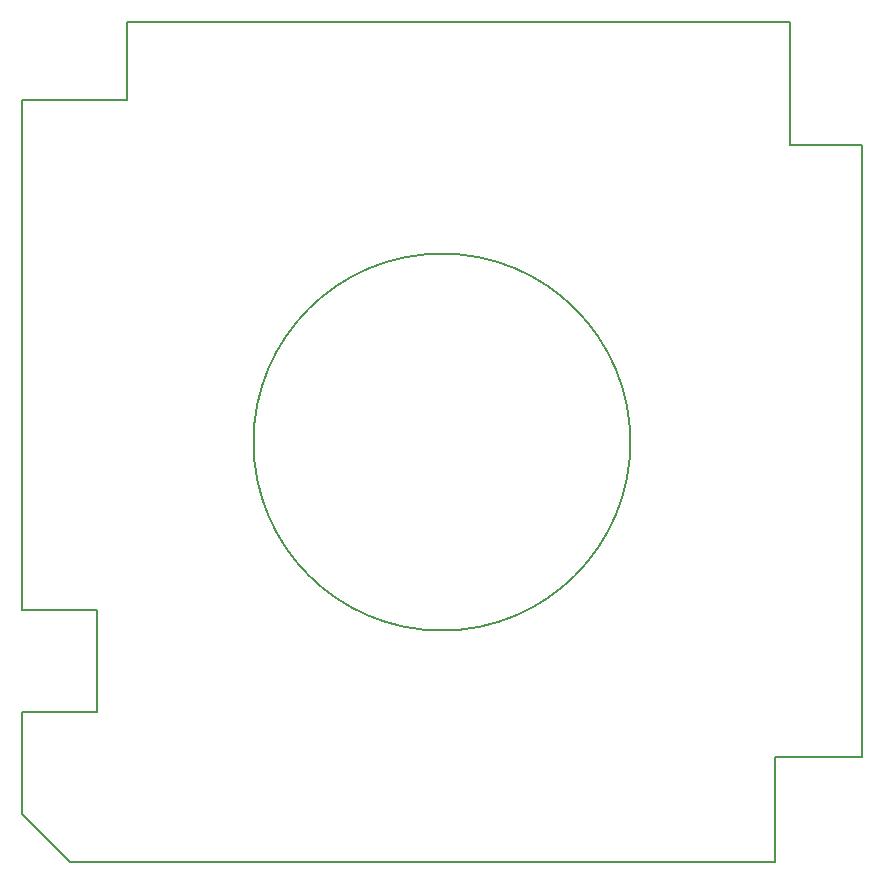
<source format=gbr>
G04 #@! TF.GenerationSoftware,KiCad,Pcbnew,(6.0.7-1)-1*
G04 #@! TF.CreationDate,2023-05-21T10:21:51+10:00*
G04 #@! TF.ProjectId,SARI_PCB,53415249-5f50-4434-922e-6b696361645f,rev?*
G04 #@! TF.SameCoordinates,Original*
G04 #@! TF.FileFunction,Profile,NP*
%FSLAX46Y46*%
G04 Gerber Fmt 4.6, Leading zero omitted, Abs format (unit mm)*
G04 Created by KiCad (PCBNEW (6.0.7-1)-1) date 2023-05-21 10:21:51*
%MOMM*%
%LPD*%
G01*
G04 APERTURE LIST*
G04 #@! TA.AperFunction,Profile*
%ADD10C,0.150000*%
G04 #@! TD*
G04 APERTURE END LIST*
D10*
X136688000Y-95480000D02*
X136688000Y-104116000D01*
X200442000Y-99290000D02*
X207808000Y-99290000D01*
X201712000Y-37060000D02*
X201712000Y-47474000D01*
X140752000Y-108180000D02*
X136688000Y-104116000D01*
X145578000Y-37060000D02*
X201712000Y-37060000D01*
X200442000Y-108180000D02*
X200442000Y-99290000D01*
X145578000Y-43664000D02*
X145578000Y-37060000D01*
X136688000Y-43664000D02*
X145578000Y-43664000D01*
X143038000Y-95480000D02*
X136688000Y-95480000D01*
X188203568Y-72620000D02*
G75*
G03*
X188203568Y-72620000I-15955568J0D01*
G01*
X136688000Y-86844000D02*
X136688000Y-43664000D01*
X200442000Y-108180000D02*
X140752000Y-108180000D01*
X207808000Y-47474000D02*
X207808000Y-99290000D01*
X143038000Y-86844000D02*
X143038000Y-95480000D01*
X136688000Y-86844000D02*
X143038000Y-86844000D01*
X201712000Y-47474000D02*
X207808000Y-47474000D01*
M02*

</source>
